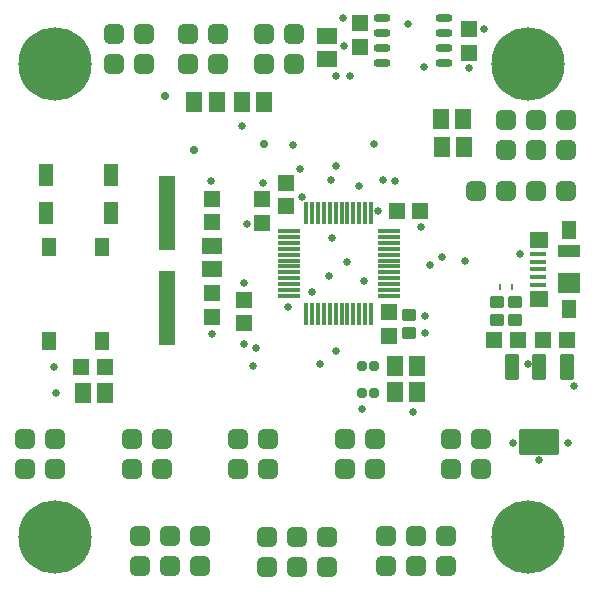
<source format=gbr>
%TF.GenerationSoftware,Altium Limited,Altium Designer,21.5.1 (32)*%
G04 Layer_Color=8388736*
%FSLAX45Y45*%
%MOMM*%
%TF.SameCoordinates,06A15EC1-A366-40CD-93CB-9F33A424241D*%
%TF.FilePolarity,Negative*%
%TF.FileFunction,Soldermask,Top*%
%TF.Part,Single*%
G01*
G75*
%TA.AperFunction,SMDPad,CuDef*%
%ADD10R,1.30000X1.55000*%
%ADD15R,0.27247X0.47247*%
%ADD18R,1.30000X1.90000*%
%ADD24R,1.30000X1.65000*%
%ADD25R,1.90000X1.80000*%
%ADD26R,1.90000X1.00000*%
%ADD27R,1.55000X1.42500*%
%ADD28R,1.38000X0.45000*%
%TA.AperFunction,ComponentPad*%
G04:AMPARAMS|DCode=48|XSize=1.7032mm|YSize=1.7032mm|CornerRadius=0.4766mm|HoleSize=0mm|Usage=FLASHONLY|Rotation=180.000|XOffset=0mm|YOffset=0mm|HoleType=Round|Shape=RoundedRectangle|*
%AMROUNDEDRECTD48*
21,1,1.70320,0.75000,0,0,180.0*
21,1,0.75000,1.70320,0,0,180.0*
1,1,0.95320,-0.37500,0.37500*
1,1,0.95320,0.37500,0.37500*
1,1,0.95320,0.37500,-0.37500*
1,1,0.95320,-0.37500,-0.37500*
%
%ADD48ROUNDEDRECTD48*%
G04:AMPARAMS|DCode=49|XSize=1.7032mm|YSize=1.7032mm|CornerRadius=0.4766mm|HoleSize=0mm|Usage=FLASHONLY|Rotation=270.000|XOffset=0mm|YOffset=0mm|HoleType=Round|Shape=RoundedRectangle|*
%AMROUNDEDRECTD49*
21,1,1.70320,0.75000,0,0,270.0*
21,1,0.75000,1.70320,0,0,270.0*
1,1,0.95320,-0.37500,-0.37500*
1,1,0.95320,-0.37500,0.37500*
1,1,0.95320,0.37500,0.37500*
1,1,0.95320,0.37500,-0.37500*
%
%ADD49ROUNDEDRECTD49*%
%TA.AperFunction,ViaPad*%
%ADD50C,6.20320*%
%ADD51C,0.65320*%
%ADD52C,0.70320*%
%TA.AperFunction,SMDPad,CuDef*%
G04:AMPARAMS|DCode=59|XSize=0.8032mm|YSize=0.9032mm|CornerRadius=0.1766mm|HoleSize=0mm|Usage=FLASHONLY|Rotation=0.000|XOffset=0mm|YOffset=0mm|HoleType=Round|Shape=RoundedRectangle|*
%AMROUNDEDRECTD59*
21,1,0.80320,0.55000,0,0,0.0*
21,1,0.45000,0.90320,0,0,0.0*
1,1,0.35320,0.22500,-0.27500*
1,1,0.35320,-0.22500,-0.27500*
1,1,0.35320,-0.22500,0.27500*
1,1,0.35320,0.22500,0.27500*
%
%ADD59ROUNDEDRECTD59*%
%ADD60R,1.45240X1.65240*%
%ADD61R,1.85240X0.45240*%
%ADD62R,1.42240X1.42240*%
G04:AMPARAMS|DCode=63|XSize=3.4532mm|YSize=2.2532mm|CornerRadius=0.15285mm|HoleSize=0mm|Usage=FLASHONLY|Rotation=0.000|XOffset=0mm|YOffset=0mm|HoleType=Round|Shape=RoundedRectangle|*
%AMROUNDEDRECTD63*
21,1,3.45320,1.94750,0,0,0.0*
21,1,3.14750,2.25320,0,0,0.0*
1,1,0.30570,1.57375,-0.97375*
1,1,0.30570,-1.57375,-0.97375*
1,1,0.30570,-1.57375,0.97375*
1,1,0.30570,1.57375,0.97375*
%
%ADD63ROUNDEDRECTD63*%
G04:AMPARAMS|DCode=64|XSize=1.2032mm|YSize=2.2532mm|CornerRadius=0.1516mm|HoleSize=0mm|Usage=FLASHONLY|Rotation=0.000|XOffset=0mm|YOffset=0mm|HoleType=Round|Shape=RoundedRectangle|*
%AMROUNDEDRECTD64*
21,1,1.20320,1.95000,0,0,0.0*
21,1,0.90000,2.25320,0,0,0.0*
1,1,0.30320,0.45000,-0.97500*
1,1,0.30320,-0.45000,-0.97500*
1,1,0.30320,-0.45000,0.97500*
1,1,0.30320,0.45000,0.97500*
%
%ADD64ROUNDEDRECTD64*%
%ADD65R,0.45240X1.85240*%
%ADD66O,1.45320X0.75320*%
%ADD67R,1.40320X6.29920*%
%ADD68R,1.65240X1.45240*%
%ADD69R,1.42240X1.42240*%
G04:AMPARAMS|DCode=70|XSize=1.0032mm|YSize=1.2032mm|CornerRadius=0.2016mm|HoleSize=0mm|Usage=FLASHONLY|Rotation=90.000|XOffset=0mm|YOffset=0mm|HoleType=Round|Shape=RoundedRectangle|*
%AMROUNDEDRECTD70*
21,1,1.00320,0.80000,0,0,90.0*
21,1,0.60000,1.20320,0,0,90.0*
1,1,0.40320,0.40000,0.30000*
1,1,0.40320,0.40000,-0.30000*
1,1,0.40320,-0.40000,-0.30000*
1,1,0.40320,-0.40000,0.30000*
%
%ADD70ROUNDEDRECTD70*%
D10*
X2993600Y4004300D02*
D03*
Y3209300D02*
D03*
X2543600Y4004300D02*
D03*
Y3209300D02*
D03*
D15*
X6365001Y3665000D02*
D03*
X6465001D02*
D03*
D18*
X3074080Y4290080D02*
D03*
X2524080D02*
D03*
Y4610080D02*
D03*
X3074080D02*
D03*
D24*
X6950001Y3477500D02*
D03*
Y4152500D02*
D03*
D25*
Y3700000D02*
D03*
D26*
Y3970000D02*
D03*
D27*
X6692501Y3566250D02*
D03*
Y4063750D02*
D03*
D28*
X6684001Y3685000D02*
D03*
Y3750000D02*
D03*
Y3815000D02*
D03*
Y3880000D02*
D03*
Y3945000D02*
D03*
D48*
X3096000Y5804000D02*
D03*
X3350000D02*
D03*
Y5550000D02*
D03*
X3096000D02*
D03*
X3721000Y5804000D02*
D03*
X3975000D02*
D03*
Y5550000D02*
D03*
X3721000D02*
D03*
X4371000Y5804000D02*
D03*
X4625000D02*
D03*
Y5550000D02*
D03*
X4371000D02*
D03*
X6675000Y5078999D02*
D03*
X6929000D02*
D03*
Y4824999D02*
D03*
X6675000D02*
D03*
X6421000Y5078999D02*
D03*
Y4824999D02*
D03*
X5654000Y1554000D02*
D03*
X5908000D02*
D03*
Y1300000D02*
D03*
X5654000D02*
D03*
X5400000Y1554000D02*
D03*
Y1300000D02*
D03*
X4650000Y1550000D02*
D03*
X4904000D02*
D03*
Y1296000D02*
D03*
X4650000D02*
D03*
X4396000Y1550000D02*
D03*
Y1296000D02*
D03*
X3575000Y1554000D02*
D03*
X3829000D02*
D03*
Y1300000D02*
D03*
X3575000D02*
D03*
X3321000Y1554000D02*
D03*
Y1300000D02*
D03*
D49*
X5949999Y2125000D02*
D03*
Y2379000D02*
D03*
X6203999D02*
D03*
Y2125000D02*
D03*
X3249999D02*
D03*
Y2379000D02*
D03*
X3503999D02*
D03*
Y2125000D02*
D03*
X2346000D02*
D03*
Y2379000D02*
D03*
X2600000D02*
D03*
Y2125000D02*
D03*
X5049999D02*
D03*
Y2379000D02*
D03*
X5303999D02*
D03*
Y2125000D02*
D03*
X4149999D02*
D03*
Y2379000D02*
D03*
X4403999D02*
D03*
Y2125000D02*
D03*
X6929000Y4475000D02*
D03*
X6675000D02*
D03*
X6421000D02*
D03*
X6167000D02*
D03*
D50*
X2600000Y1550000D02*
D03*
X6600000D02*
D03*
X2600000Y5550000D02*
D03*
X6600000D02*
D03*
D51*
X2603500Y2768600D02*
D03*
X2590800Y2984500D02*
D03*
X5588000Y5892800D02*
D03*
X5041900Y5702300D02*
D03*
X4610100Y4864100D02*
D03*
X4978400Y4686300D02*
D03*
X4178300Y5029200D02*
D03*
X5877560Y3919220D02*
D03*
X5040000Y5940000D02*
D03*
X4220000Y4200000D02*
D03*
X3920000Y4560000D02*
D03*
X4360000Y4550000D02*
D03*
X4200000Y3180000D02*
D03*
Y3700000D02*
D03*
X5700000Y4170000D02*
D03*
X5375000Y4575000D02*
D03*
X5480000Y4560000D02*
D03*
X5332501Y4310000D02*
D03*
X4690000Y4430000D02*
D03*
X6600000Y3010000D02*
D03*
X4300000Y3150000D02*
D03*
X6990000Y2830000D02*
D03*
X6100000Y5520000D02*
D03*
X5300000Y4880000D02*
D03*
X4940000Y4080000D02*
D03*
X4920000Y3760000D02*
D03*
X6230000Y5850000D02*
D03*
X6070000Y3890000D02*
D03*
X5727100Y3272900D02*
D03*
Y3422900D02*
D03*
X6945500Y2345500D02*
D03*
X6475500D02*
D03*
X6700000Y2200000D02*
D03*
X6535000Y3945000D02*
D03*
X5630000Y2610000D02*
D03*
X3925002Y3265002D02*
D03*
X4670000Y4664998D02*
D03*
X5200000Y2630000D02*
D03*
X4975000Y5450000D02*
D03*
Y3125000D02*
D03*
X4275000Y3000000D02*
D03*
X4842285Y3014414D02*
D03*
X5215868Y3715868D02*
D03*
X5775000Y3852900D02*
D03*
X5175001Y4524999D02*
D03*
X4937901Y4575000D02*
D03*
X4775000Y3625000D02*
D03*
X5075000Y3875000D02*
D03*
X5725000Y5525000D02*
D03*
X5100000Y5450000D02*
D03*
X4575000Y3500000D02*
D03*
D52*
X4368800Y4876800D02*
D03*
X3771900Y4826000D02*
D03*
X3530000Y5280000D02*
D03*
D59*
X5300000Y3000000D02*
D03*
X5200000D02*
D03*
Y2770000D02*
D03*
X5300000D02*
D03*
D60*
X4368300Y5232400D02*
D03*
X4178300D02*
D03*
X3778508Y5232408D02*
D03*
X3968508D02*
D03*
X3022600Y2768600D02*
D03*
X6054992Y5089992D02*
D03*
X5864992D02*
D03*
X5475000Y2775000D02*
D03*
X5665000D02*
D03*
X5475000Y3000000D02*
D03*
X5665000D02*
D03*
X6064992Y4849992D02*
D03*
X5874992D02*
D03*
X2832600Y2768600D02*
D03*
D61*
X4576201Y3840000D02*
D03*
X5423801Y4140000D02*
D03*
Y4090000D02*
D03*
Y4040000D02*
D03*
Y3990000D02*
D03*
Y3940000D02*
D03*
Y3890000D02*
D03*
Y3840000D02*
D03*
Y3790000D02*
D03*
Y3740000D02*
D03*
Y3690000D02*
D03*
Y3640000D02*
D03*
Y3590000D02*
D03*
X4576201D02*
D03*
Y3640000D02*
D03*
Y3690000D02*
D03*
Y3740000D02*
D03*
Y3790000D02*
D03*
Y3890000D02*
D03*
Y3940000D02*
D03*
Y3990000D02*
D03*
Y4040000D02*
D03*
Y4090000D02*
D03*
Y4140000D02*
D03*
D62*
X3021008Y2984508D02*
D03*
X2821008D02*
D03*
X5690000Y4310000D02*
D03*
X5490000D02*
D03*
X6929992Y3214992D02*
D03*
X6729993D02*
D03*
X6514992D02*
D03*
X6314992D02*
D03*
D63*
X6700000Y2357500D02*
D03*
D64*
X6470000Y2992500D02*
D03*
X6700000D02*
D03*
X6930000D02*
D03*
D65*
X4725001Y4288800D02*
D03*
X4775001D02*
D03*
X4825001D02*
D03*
X4875001D02*
D03*
X4925001D02*
D03*
X4975001D02*
D03*
X5025001D02*
D03*
X5075001D02*
D03*
X5125001D02*
D03*
X5175001D02*
D03*
X5225001D02*
D03*
X5275001D02*
D03*
Y3441200D02*
D03*
X5225001D02*
D03*
X5175001D02*
D03*
X5125001D02*
D03*
X5075001D02*
D03*
X5025001D02*
D03*
X4975001D02*
D03*
X4925001D02*
D03*
X4875001D02*
D03*
X4825001D02*
D03*
X4775001D02*
D03*
X4725001D02*
D03*
D66*
X5367500Y5940500D02*
D03*
Y5813500D02*
D03*
Y5686500D02*
D03*
Y5559500D02*
D03*
X5892500Y5940500D02*
D03*
Y5813500D02*
D03*
Y5686500D02*
D03*
Y5559500D02*
D03*
D67*
X3550002Y4290000D02*
D03*
Y3490000D02*
D03*
D68*
X3924994Y3820008D02*
D03*
Y4010008D02*
D03*
X4899984Y5600016D02*
D03*
Y5790016D02*
D03*
D69*
X3925002Y4415000D02*
D03*
Y4215000D02*
D03*
Y3415000D02*
D03*
Y3615000D02*
D03*
X4555001Y4550000D02*
D03*
Y4350000D02*
D03*
X4200000Y3559999D02*
D03*
Y3360000D02*
D03*
X5424992Y3250008D02*
D03*
Y3450008D02*
D03*
X4355001Y4410000D02*
D03*
Y4210000D02*
D03*
X5180000Y5700001D02*
D03*
Y5900000D02*
D03*
X6100000Y5650000D02*
D03*
Y5850000D02*
D03*
D70*
X5600000Y3275000D02*
D03*
Y3425000D02*
D03*
X6340001Y3540000D02*
D03*
X6490000D02*
D03*
X6340001Y3390000D02*
D03*
X6490000D02*
D03*
%TF.MD5,44c7aeb943b6d06ee9f5d9161d0b46eb*%
M02*

</source>
